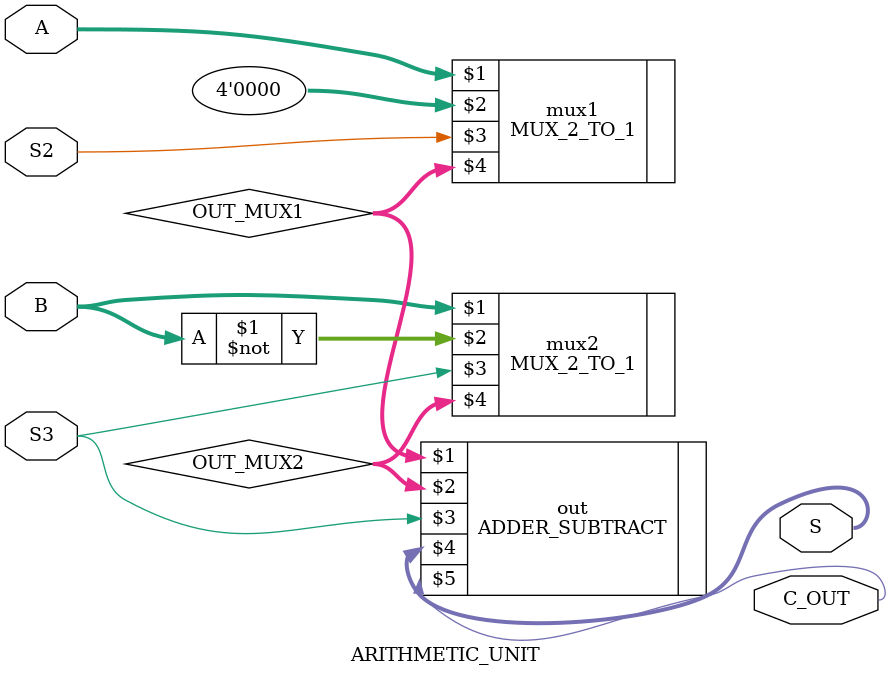
<source format=v>
module ARITHMETIC_UNIT (
  input          wire        [3:0]          A     ,
  input          wire        [3:0]          B     ,
  input          wire                       S2    ,
  input          wire                       S3    ,
  output         wire        [3:0]          S     ,
  output         wire                       C_OUT 

);

wire [3:0]  OUT_MUX1 ;
wire [3:0]  OUT_MUX2 ;


MUX_2_TO_1 mux1 ( A , 4'b 0000 , S2 , OUT_MUX1 ) ;
MUX_2_TO_1 mux2 ( B ,    ~B    , S3 , OUT_MUX2 ) ;


ADDER_SUBTRACT out ( OUT_MUX1 , OUT_MUX2 , S3 , S , C_OUT ) ;



endmodule


</source>
